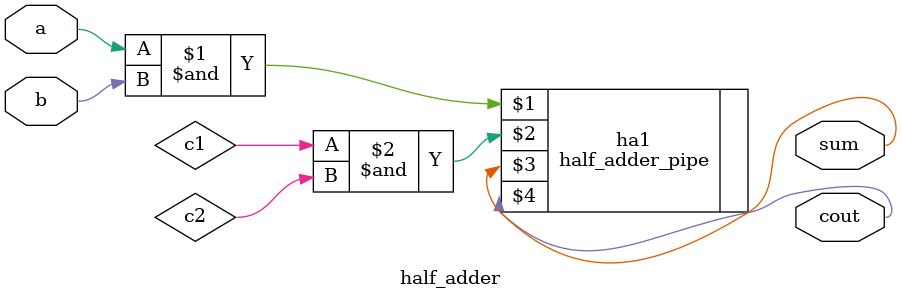
<source format=v>
module half_adder( 
input a, b,
output cout, sum ); 
wire c1,c2;
half_adder_pipe
#(.WIDTH(1))
ha1 ((a&b),(c1&c2),sum,cout);
endmodule

</source>
